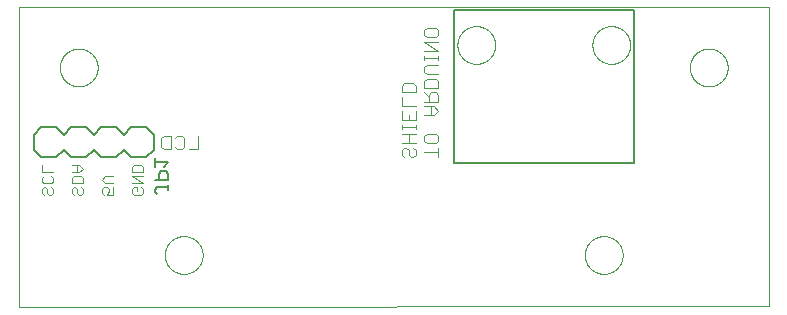
<source format=gbo>
G75*
%MOIN*%
%OFA0B0*%
%FSLAX25Y25*%
%IPPOS*%
%LPD*%
%AMOC8*
5,1,8,0,0,1.08239X$1,22.5*
%
%ADD10C,0.00000*%
%ADD11C,0.00300*%
%ADD12C,0.00400*%
%ADD13C,0.00800*%
%ADD14C,0.00500*%
D10*
X0001000Y0001000D02*
X0001000Y0101000D01*
X0251000Y0101000D01*
X0251001Y0001500D01*
X0001000Y0001000D01*
X0049701Y0018500D02*
X0049703Y0018658D01*
X0049709Y0018816D01*
X0049719Y0018974D01*
X0049733Y0019132D01*
X0049751Y0019289D01*
X0049772Y0019446D01*
X0049798Y0019602D01*
X0049828Y0019758D01*
X0049861Y0019913D01*
X0049899Y0020066D01*
X0049940Y0020219D01*
X0049985Y0020371D01*
X0050034Y0020522D01*
X0050087Y0020671D01*
X0050143Y0020819D01*
X0050203Y0020965D01*
X0050267Y0021110D01*
X0050335Y0021253D01*
X0050406Y0021395D01*
X0050480Y0021535D01*
X0050558Y0021672D01*
X0050640Y0021808D01*
X0050724Y0021942D01*
X0050813Y0022073D01*
X0050904Y0022202D01*
X0050999Y0022329D01*
X0051096Y0022454D01*
X0051197Y0022576D01*
X0051301Y0022695D01*
X0051408Y0022812D01*
X0051518Y0022926D01*
X0051631Y0023037D01*
X0051746Y0023146D01*
X0051864Y0023251D01*
X0051985Y0023353D01*
X0052108Y0023453D01*
X0052234Y0023549D01*
X0052362Y0023642D01*
X0052492Y0023732D01*
X0052625Y0023818D01*
X0052760Y0023902D01*
X0052896Y0023981D01*
X0053035Y0024058D01*
X0053176Y0024130D01*
X0053318Y0024200D01*
X0053462Y0024265D01*
X0053608Y0024327D01*
X0053755Y0024385D01*
X0053904Y0024440D01*
X0054054Y0024491D01*
X0054205Y0024538D01*
X0054357Y0024581D01*
X0054510Y0024620D01*
X0054665Y0024656D01*
X0054820Y0024687D01*
X0054976Y0024715D01*
X0055132Y0024739D01*
X0055289Y0024759D01*
X0055447Y0024775D01*
X0055604Y0024787D01*
X0055763Y0024795D01*
X0055921Y0024799D01*
X0056079Y0024799D01*
X0056237Y0024795D01*
X0056396Y0024787D01*
X0056553Y0024775D01*
X0056711Y0024759D01*
X0056868Y0024739D01*
X0057024Y0024715D01*
X0057180Y0024687D01*
X0057335Y0024656D01*
X0057490Y0024620D01*
X0057643Y0024581D01*
X0057795Y0024538D01*
X0057946Y0024491D01*
X0058096Y0024440D01*
X0058245Y0024385D01*
X0058392Y0024327D01*
X0058538Y0024265D01*
X0058682Y0024200D01*
X0058824Y0024130D01*
X0058965Y0024058D01*
X0059104Y0023981D01*
X0059240Y0023902D01*
X0059375Y0023818D01*
X0059508Y0023732D01*
X0059638Y0023642D01*
X0059766Y0023549D01*
X0059892Y0023453D01*
X0060015Y0023353D01*
X0060136Y0023251D01*
X0060254Y0023146D01*
X0060369Y0023037D01*
X0060482Y0022926D01*
X0060592Y0022812D01*
X0060699Y0022695D01*
X0060803Y0022576D01*
X0060904Y0022454D01*
X0061001Y0022329D01*
X0061096Y0022202D01*
X0061187Y0022073D01*
X0061276Y0021942D01*
X0061360Y0021808D01*
X0061442Y0021672D01*
X0061520Y0021535D01*
X0061594Y0021395D01*
X0061665Y0021253D01*
X0061733Y0021110D01*
X0061797Y0020965D01*
X0061857Y0020819D01*
X0061913Y0020671D01*
X0061966Y0020522D01*
X0062015Y0020371D01*
X0062060Y0020219D01*
X0062101Y0020066D01*
X0062139Y0019913D01*
X0062172Y0019758D01*
X0062202Y0019602D01*
X0062228Y0019446D01*
X0062249Y0019289D01*
X0062267Y0019132D01*
X0062281Y0018974D01*
X0062291Y0018816D01*
X0062297Y0018658D01*
X0062299Y0018500D01*
X0062297Y0018342D01*
X0062291Y0018184D01*
X0062281Y0018026D01*
X0062267Y0017868D01*
X0062249Y0017711D01*
X0062228Y0017554D01*
X0062202Y0017398D01*
X0062172Y0017242D01*
X0062139Y0017087D01*
X0062101Y0016934D01*
X0062060Y0016781D01*
X0062015Y0016629D01*
X0061966Y0016478D01*
X0061913Y0016329D01*
X0061857Y0016181D01*
X0061797Y0016035D01*
X0061733Y0015890D01*
X0061665Y0015747D01*
X0061594Y0015605D01*
X0061520Y0015465D01*
X0061442Y0015328D01*
X0061360Y0015192D01*
X0061276Y0015058D01*
X0061187Y0014927D01*
X0061096Y0014798D01*
X0061001Y0014671D01*
X0060904Y0014546D01*
X0060803Y0014424D01*
X0060699Y0014305D01*
X0060592Y0014188D01*
X0060482Y0014074D01*
X0060369Y0013963D01*
X0060254Y0013854D01*
X0060136Y0013749D01*
X0060015Y0013647D01*
X0059892Y0013547D01*
X0059766Y0013451D01*
X0059638Y0013358D01*
X0059508Y0013268D01*
X0059375Y0013182D01*
X0059240Y0013098D01*
X0059104Y0013019D01*
X0058965Y0012942D01*
X0058824Y0012870D01*
X0058682Y0012800D01*
X0058538Y0012735D01*
X0058392Y0012673D01*
X0058245Y0012615D01*
X0058096Y0012560D01*
X0057946Y0012509D01*
X0057795Y0012462D01*
X0057643Y0012419D01*
X0057490Y0012380D01*
X0057335Y0012344D01*
X0057180Y0012313D01*
X0057024Y0012285D01*
X0056868Y0012261D01*
X0056711Y0012241D01*
X0056553Y0012225D01*
X0056396Y0012213D01*
X0056237Y0012205D01*
X0056079Y0012201D01*
X0055921Y0012201D01*
X0055763Y0012205D01*
X0055604Y0012213D01*
X0055447Y0012225D01*
X0055289Y0012241D01*
X0055132Y0012261D01*
X0054976Y0012285D01*
X0054820Y0012313D01*
X0054665Y0012344D01*
X0054510Y0012380D01*
X0054357Y0012419D01*
X0054205Y0012462D01*
X0054054Y0012509D01*
X0053904Y0012560D01*
X0053755Y0012615D01*
X0053608Y0012673D01*
X0053462Y0012735D01*
X0053318Y0012800D01*
X0053176Y0012870D01*
X0053035Y0012942D01*
X0052896Y0013019D01*
X0052760Y0013098D01*
X0052625Y0013182D01*
X0052492Y0013268D01*
X0052362Y0013358D01*
X0052234Y0013451D01*
X0052108Y0013547D01*
X0051985Y0013647D01*
X0051864Y0013749D01*
X0051746Y0013854D01*
X0051631Y0013963D01*
X0051518Y0014074D01*
X0051408Y0014188D01*
X0051301Y0014305D01*
X0051197Y0014424D01*
X0051096Y0014546D01*
X0050999Y0014671D01*
X0050904Y0014798D01*
X0050813Y0014927D01*
X0050724Y0015058D01*
X0050640Y0015192D01*
X0050558Y0015328D01*
X0050480Y0015465D01*
X0050406Y0015605D01*
X0050335Y0015747D01*
X0050267Y0015890D01*
X0050203Y0016035D01*
X0050143Y0016181D01*
X0050087Y0016329D01*
X0050034Y0016478D01*
X0049985Y0016629D01*
X0049940Y0016781D01*
X0049899Y0016934D01*
X0049861Y0017087D01*
X0049828Y0017242D01*
X0049798Y0017398D01*
X0049772Y0017554D01*
X0049751Y0017711D01*
X0049733Y0017868D01*
X0049719Y0018026D01*
X0049709Y0018184D01*
X0049703Y0018342D01*
X0049701Y0018500D01*
X0014701Y0081000D02*
X0014703Y0081158D01*
X0014709Y0081316D01*
X0014719Y0081474D01*
X0014733Y0081632D01*
X0014751Y0081789D01*
X0014772Y0081946D01*
X0014798Y0082102D01*
X0014828Y0082258D01*
X0014861Y0082413D01*
X0014899Y0082566D01*
X0014940Y0082719D01*
X0014985Y0082871D01*
X0015034Y0083022D01*
X0015087Y0083171D01*
X0015143Y0083319D01*
X0015203Y0083465D01*
X0015267Y0083610D01*
X0015335Y0083753D01*
X0015406Y0083895D01*
X0015480Y0084035D01*
X0015558Y0084172D01*
X0015640Y0084308D01*
X0015724Y0084442D01*
X0015813Y0084573D01*
X0015904Y0084702D01*
X0015999Y0084829D01*
X0016096Y0084954D01*
X0016197Y0085076D01*
X0016301Y0085195D01*
X0016408Y0085312D01*
X0016518Y0085426D01*
X0016631Y0085537D01*
X0016746Y0085646D01*
X0016864Y0085751D01*
X0016985Y0085853D01*
X0017108Y0085953D01*
X0017234Y0086049D01*
X0017362Y0086142D01*
X0017492Y0086232D01*
X0017625Y0086318D01*
X0017760Y0086402D01*
X0017896Y0086481D01*
X0018035Y0086558D01*
X0018176Y0086630D01*
X0018318Y0086700D01*
X0018462Y0086765D01*
X0018608Y0086827D01*
X0018755Y0086885D01*
X0018904Y0086940D01*
X0019054Y0086991D01*
X0019205Y0087038D01*
X0019357Y0087081D01*
X0019510Y0087120D01*
X0019665Y0087156D01*
X0019820Y0087187D01*
X0019976Y0087215D01*
X0020132Y0087239D01*
X0020289Y0087259D01*
X0020447Y0087275D01*
X0020604Y0087287D01*
X0020763Y0087295D01*
X0020921Y0087299D01*
X0021079Y0087299D01*
X0021237Y0087295D01*
X0021396Y0087287D01*
X0021553Y0087275D01*
X0021711Y0087259D01*
X0021868Y0087239D01*
X0022024Y0087215D01*
X0022180Y0087187D01*
X0022335Y0087156D01*
X0022490Y0087120D01*
X0022643Y0087081D01*
X0022795Y0087038D01*
X0022946Y0086991D01*
X0023096Y0086940D01*
X0023245Y0086885D01*
X0023392Y0086827D01*
X0023538Y0086765D01*
X0023682Y0086700D01*
X0023824Y0086630D01*
X0023965Y0086558D01*
X0024104Y0086481D01*
X0024240Y0086402D01*
X0024375Y0086318D01*
X0024508Y0086232D01*
X0024638Y0086142D01*
X0024766Y0086049D01*
X0024892Y0085953D01*
X0025015Y0085853D01*
X0025136Y0085751D01*
X0025254Y0085646D01*
X0025369Y0085537D01*
X0025482Y0085426D01*
X0025592Y0085312D01*
X0025699Y0085195D01*
X0025803Y0085076D01*
X0025904Y0084954D01*
X0026001Y0084829D01*
X0026096Y0084702D01*
X0026187Y0084573D01*
X0026276Y0084442D01*
X0026360Y0084308D01*
X0026442Y0084172D01*
X0026520Y0084035D01*
X0026594Y0083895D01*
X0026665Y0083753D01*
X0026733Y0083610D01*
X0026797Y0083465D01*
X0026857Y0083319D01*
X0026913Y0083171D01*
X0026966Y0083022D01*
X0027015Y0082871D01*
X0027060Y0082719D01*
X0027101Y0082566D01*
X0027139Y0082413D01*
X0027172Y0082258D01*
X0027202Y0082102D01*
X0027228Y0081946D01*
X0027249Y0081789D01*
X0027267Y0081632D01*
X0027281Y0081474D01*
X0027291Y0081316D01*
X0027297Y0081158D01*
X0027299Y0081000D01*
X0027297Y0080842D01*
X0027291Y0080684D01*
X0027281Y0080526D01*
X0027267Y0080368D01*
X0027249Y0080211D01*
X0027228Y0080054D01*
X0027202Y0079898D01*
X0027172Y0079742D01*
X0027139Y0079587D01*
X0027101Y0079434D01*
X0027060Y0079281D01*
X0027015Y0079129D01*
X0026966Y0078978D01*
X0026913Y0078829D01*
X0026857Y0078681D01*
X0026797Y0078535D01*
X0026733Y0078390D01*
X0026665Y0078247D01*
X0026594Y0078105D01*
X0026520Y0077965D01*
X0026442Y0077828D01*
X0026360Y0077692D01*
X0026276Y0077558D01*
X0026187Y0077427D01*
X0026096Y0077298D01*
X0026001Y0077171D01*
X0025904Y0077046D01*
X0025803Y0076924D01*
X0025699Y0076805D01*
X0025592Y0076688D01*
X0025482Y0076574D01*
X0025369Y0076463D01*
X0025254Y0076354D01*
X0025136Y0076249D01*
X0025015Y0076147D01*
X0024892Y0076047D01*
X0024766Y0075951D01*
X0024638Y0075858D01*
X0024508Y0075768D01*
X0024375Y0075682D01*
X0024240Y0075598D01*
X0024104Y0075519D01*
X0023965Y0075442D01*
X0023824Y0075370D01*
X0023682Y0075300D01*
X0023538Y0075235D01*
X0023392Y0075173D01*
X0023245Y0075115D01*
X0023096Y0075060D01*
X0022946Y0075009D01*
X0022795Y0074962D01*
X0022643Y0074919D01*
X0022490Y0074880D01*
X0022335Y0074844D01*
X0022180Y0074813D01*
X0022024Y0074785D01*
X0021868Y0074761D01*
X0021711Y0074741D01*
X0021553Y0074725D01*
X0021396Y0074713D01*
X0021237Y0074705D01*
X0021079Y0074701D01*
X0020921Y0074701D01*
X0020763Y0074705D01*
X0020604Y0074713D01*
X0020447Y0074725D01*
X0020289Y0074741D01*
X0020132Y0074761D01*
X0019976Y0074785D01*
X0019820Y0074813D01*
X0019665Y0074844D01*
X0019510Y0074880D01*
X0019357Y0074919D01*
X0019205Y0074962D01*
X0019054Y0075009D01*
X0018904Y0075060D01*
X0018755Y0075115D01*
X0018608Y0075173D01*
X0018462Y0075235D01*
X0018318Y0075300D01*
X0018176Y0075370D01*
X0018035Y0075442D01*
X0017896Y0075519D01*
X0017760Y0075598D01*
X0017625Y0075682D01*
X0017492Y0075768D01*
X0017362Y0075858D01*
X0017234Y0075951D01*
X0017108Y0076047D01*
X0016985Y0076147D01*
X0016864Y0076249D01*
X0016746Y0076354D01*
X0016631Y0076463D01*
X0016518Y0076574D01*
X0016408Y0076688D01*
X0016301Y0076805D01*
X0016197Y0076924D01*
X0016096Y0077046D01*
X0015999Y0077171D01*
X0015904Y0077298D01*
X0015813Y0077427D01*
X0015724Y0077558D01*
X0015640Y0077692D01*
X0015558Y0077828D01*
X0015480Y0077965D01*
X0015406Y0078105D01*
X0015335Y0078247D01*
X0015267Y0078390D01*
X0015203Y0078535D01*
X0015143Y0078681D01*
X0015087Y0078829D01*
X0015034Y0078978D01*
X0014985Y0079129D01*
X0014940Y0079281D01*
X0014899Y0079434D01*
X0014861Y0079587D01*
X0014828Y0079742D01*
X0014798Y0079898D01*
X0014772Y0080054D01*
X0014751Y0080211D01*
X0014733Y0080368D01*
X0014719Y0080526D01*
X0014709Y0080684D01*
X0014703Y0080842D01*
X0014701Y0081000D01*
X0147201Y0088500D02*
X0147203Y0088658D01*
X0147209Y0088816D01*
X0147219Y0088974D01*
X0147233Y0089132D01*
X0147251Y0089289D01*
X0147272Y0089446D01*
X0147298Y0089602D01*
X0147328Y0089758D01*
X0147361Y0089913D01*
X0147399Y0090066D01*
X0147440Y0090219D01*
X0147485Y0090371D01*
X0147534Y0090522D01*
X0147587Y0090671D01*
X0147643Y0090819D01*
X0147703Y0090965D01*
X0147767Y0091110D01*
X0147835Y0091253D01*
X0147906Y0091395D01*
X0147980Y0091535D01*
X0148058Y0091672D01*
X0148140Y0091808D01*
X0148224Y0091942D01*
X0148313Y0092073D01*
X0148404Y0092202D01*
X0148499Y0092329D01*
X0148596Y0092454D01*
X0148697Y0092576D01*
X0148801Y0092695D01*
X0148908Y0092812D01*
X0149018Y0092926D01*
X0149131Y0093037D01*
X0149246Y0093146D01*
X0149364Y0093251D01*
X0149485Y0093353D01*
X0149608Y0093453D01*
X0149734Y0093549D01*
X0149862Y0093642D01*
X0149992Y0093732D01*
X0150125Y0093818D01*
X0150260Y0093902D01*
X0150396Y0093981D01*
X0150535Y0094058D01*
X0150676Y0094130D01*
X0150818Y0094200D01*
X0150962Y0094265D01*
X0151108Y0094327D01*
X0151255Y0094385D01*
X0151404Y0094440D01*
X0151554Y0094491D01*
X0151705Y0094538D01*
X0151857Y0094581D01*
X0152010Y0094620D01*
X0152165Y0094656D01*
X0152320Y0094687D01*
X0152476Y0094715D01*
X0152632Y0094739D01*
X0152789Y0094759D01*
X0152947Y0094775D01*
X0153104Y0094787D01*
X0153263Y0094795D01*
X0153421Y0094799D01*
X0153579Y0094799D01*
X0153737Y0094795D01*
X0153896Y0094787D01*
X0154053Y0094775D01*
X0154211Y0094759D01*
X0154368Y0094739D01*
X0154524Y0094715D01*
X0154680Y0094687D01*
X0154835Y0094656D01*
X0154990Y0094620D01*
X0155143Y0094581D01*
X0155295Y0094538D01*
X0155446Y0094491D01*
X0155596Y0094440D01*
X0155745Y0094385D01*
X0155892Y0094327D01*
X0156038Y0094265D01*
X0156182Y0094200D01*
X0156324Y0094130D01*
X0156465Y0094058D01*
X0156604Y0093981D01*
X0156740Y0093902D01*
X0156875Y0093818D01*
X0157008Y0093732D01*
X0157138Y0093642D01*
X0157266Y0093549D01*
X0157392Y0093453D01*
X0157515Y0093353D01*
X0157636Y0093251D01*
X0157754Y0093146D01*
X0157869Y0093037D01*
X0157982Y0092926D01*
X0158092Y0092812D01*
X0158199Y0092695D01*
X0158303Y0092576D01*
X0158404Y0092454D01*
X0158501Y0092329D01*
X0158596Y0092202D01*
X0158687Y0092073D01*
X0158776Y0091942D01*
X0158860Y0091808D01*
X0158942Y0091672D01*
X0159020Y0091535D01*
X0159094Y0091395D01*
X0159165Y0091253D01*
X0159233Y0091110D01*
X0159297Y0090965D01*
X0159357Y0090819D01*
X0159413Y0090671D01*
X0159466Y0090522D01*
X0159515Y0090371D01*
X0159560Y0090219D01*
X0159601Y0090066D01*
X0159639Y0089913D01*
X0159672Y0089758D01*
X0159702Y0089602D01*
X0159728Y0089446D01*
X0159749Y0089289D01*
X0159767Y0089132D01*
X0159781Y0088974D01*
X0159791Y0088816D01*
X0159797Y0088658D01*
X0159799Y0088500D01*
X0159797Y0088342D01*
X0159791Y0088184D01*
X0159781Y0088026D01*
X0159767Y0087868D01*
X0159749Y0087711D01*
X0159728Y0087554D01*
X0159702Y0087398D01*
X0159672Y0087242D01*
X0159639Y0087087D01*
X0159601Y0086934D01*
X0159560Y0086781D01*
X0159515Y0086629D01*
X0159466Y0086478D01*
X0159413Y0086329D01*
X0159357Y0086181D01*
X0159297Y0086035D01*
X0159233Y0085890D01*
X0159165Y0085747D01*
X0159094Y0085605D01*
X0159020Y0085465D01*
X0158942Y0085328D01*
X0158860Y0085192D01*
X0158776Y0085058D01*
X0158687Y0084927D01*
X0158596Y0084798D01*
X0158501Y0084671D01*
X0158404Y0084546D01*
X0158303Y0084424D01*
X0158199Y0084305D01*
X0158092Y0084188D01*
X0157982Y0084074D01*
X0157869Y0083963D01*
X0157754Y0083854D01*
X0157636Y0083749D01*
X0157515Y0083647D01*
X0157392Y0083547D01*
X0157266Y0083451D01*
X0157138Y0083358D01*
X0157008Y0083268D01*
X0156875Y0083182D01*
X0156740Y0083098D01*
X0156604Y0083019D01*
X0156465Y0082942D01*
X0156324Y0082870D01*
X0156182Y0082800D01*
X0156038Y0082735D01*
X0155892Y0082673D01*
X0155745Y0082615D01*
X0155596Y0082560D01*
X0155446Y0082509D01*
X0155295Y0082462D01*
X0155143Y0082419D01*
X0154990Y0082380D01*
X0154835Y0082344D01*
X0154680Y0082313D01*
X0154524Y0082285D01*
X0154368Y0082261D01*
X0154211Y0082241D01*
X0154053Y0082225D01*
X0153896Y0082213D01*
X0153737Y0082205D01*
X0153579Y0082201D01*
X0153421Y0082201D01*
X0153263Y0082205D01*
X0153104Y0082213D01*
X0152947Y0082225D01*
X0152789Y0082241D01*
X0152632Y0082261D01*
X0152476Y0082285D01*
X0152320Y0082313D01*
X0152165Y0082344D01*
X0152010Y0082380D01*
X0151857Y0082419D01*
X0151705Y0082462D01*
X0151554Y0082509D01*
X0151404Y0082560D01*
X0151255Y0082615D01*
X0151108Y0082673D01*
X0150962Y0082735D01*
X0150818Y0082800D01*
X0150676Y0082870D01*
X0150535Y0082942D01*
X0150396Y0083019D01*
X0150260Y0083098D01*
X0150125Y0083182D01*
X0149992Y0083268D01*
X0149862Y0083358D01*
X0149734Y0083451D01*
X0149608Y0083547D01*
X0149485Y0083647D01*
X0149364Y0083749D01*
X0149246Y0083854D01*
X0149131Y0083963D01*
X0149018Y0084074D01*
X0148908Y0084188D01*
X0148801Y0084305D01*
X0148697Y0084424D01*
X0148596Y0084546D01*
X0148499Y0084671D01*
X0148404Y0084798D01*
X0148313Y0084927D01*
X0148224Y0085058D01*
X0148140Y0085192D01*
X0148058Y0085328D01*
X0147980Y0085465D01*
X0147906Y0085605D01*
X0147835Y0085747D01*
X0147767Y0085890D01*
X0147703Y0086035D01*
X0147643Y0086181D01*
X0147587Y0086329D01*
X0147534Y0086478D01*
X0147485Y0086629D01*
X0147440Y0086781D01*
X0147399Y0086934D01*
X0147361Y0087087D01*
X0147328Y0087242D01*
X0147298Y0087398D01*
X0147272Y0087554D01*
X0147251Y0087711D01*
X0147233Y0087868D01*
X0147219Y0088026D01*
X0147209Y0088184D01*
X0147203Y0088342D01*
X0147201Y0088500D01*
X0192201Y0088500D02*
X0192203Y0088658D01*
X0192209Y0088816D01*
X0192219Y0088974D01*
X0192233Y0089132D01*
X0192251Y0089289D01*
X0192272Y0089446D01*
X0192298Y0089602D01*
X0192328Y0089758D01*
X0192361Y0089913D01*
X0192399Y0090066D01*
X0192440Y0090219D01*
X0192485Y0090371D01*
X0192534Y0090522D01*
X0192587Y0090671D01*
X0192643Y0090819D01*
X0192703Y0090965D01*
X0192767Y0091110D01*
X0192835Y0091253D01*
X0192906Y0091395D01*
X0192980Y0091535D01*
X0193058Y0091672D01*
X0193140Y0091808D01*
X0193224Y0091942D01*
X0193313Y0092073D01*
X0193404Y0092202D01*
X0193499Y0092329D01*
X0193596Y0092454D01*
X0193697Y0092576D01*
X0193801Y0092695D01*
X0193908Y0092812D01*
X0194018Y0092926D01*
X0194131Y0093037D01*
X0194246Y0093146D01*
X0194364Y0093251D01*
X0194485Y0093353D01*
X0194608Y0093453D01*
X0194734Y0093549D01*
X0194862Y0093642D01*
X0194992Y0093732D01*
X0195125Y0093818D01*
X0195260Y0093902D01*
X0195396Y0093981D01*
X0195535Y0094058D01*
X0195676Y0094130D01*
X0195818Y0094200D01*
X0195962Y0094265D01*
X0196108Y0094327D01*
X0196255Y0094385D01*
X0196404Y0094440D01*
X0196554Y0094491D01*
X0196705Y0094538D01*
X0196857Y0094581D01*
X0197010Y0094620D01*
X0197165Y0094656D01*
X0197320Y0094687D01*
X0197476Y0094715D01*
X0197632Y0094739D01*
X0197789Y0094759D01*
X0197947Y0094775D01*
X0198104Y0094787D01*
X0198263Y0094795D01*
X0198421Y0094799D01*
X0198579Y0094799D01*
X0198737Y0094795D01*
X0198896Y0094787D01*
X0199053Y0094775D01*
X0199211Y0094759D01*
X0199368Y0094739D01*
X0199524Y0094715D01*
X0199680Y0094687D01*
X0199835Y0094656D01*
X0199990Y0094620D01*
X0200143Y0094581D01*
X0200295Y0094538D01*
X0200446Y0094491D01*
X0200596Y0094440D01*
X0200745Y0094385D01*
X0200892Y0094327D01*
X0201038Y0094265D01*
X0201182Y0094200D01*
X0201324Y0094130D01*
X0201465Y0094058D01*
X0201604Y0093981D01*
X0201740Y0093902D01*
X0201875Y0093818D01*
X0202008Y0093732D01*
X0202138Y0093642D01*
X0202266Y0093549D01*
X0202392Y0093453D01*
X0202515Y0093353D01*
X0202636Y0093251D01*
X0202754Y0093146D01*
X0202869Y0093037D01*
X0202982Y0092926D01*
X0203092Y0092812D01*
X0203199Y0092695D01*
X0203303Y0092576D01*
X0203404Y0092454D01*
X0203501Y0092329D01*
X0203596Y0092202D01*
X0203687Y0092073D01*
X0203776Y0091942D01*
X0203860Y0091808D01*
X0203942Y0091672D01*
X0204020Y0091535D01*
X0204094Y0091395D01*
X0204165Y0091253D01*
X0204233Y0091110D01*
X0204297Y0090965D01*
X0204357Y0090819D01*
X0204413Y0090671D01*
X0204466Y0090522D01*
X0204515Y0090371D01*
X0204560Y0090219D01*
X0204601Y0090066D01*
X0204639Y0089913D01*
X0204672Y0089758D01*
X0204702Y0089602D01*
X0204728Y0089446D01*
X0204749Y0089289D01*
X0204767Y0089132D01*
X0204781Y0088974D01*
X0204791Y0088816D01*
X0204797Y0088658D01*
X0204799Y0088500D01*
X0204797Y0088342D01*
X0204791Y0088184D01*
X0204781Y0088026D01*
X0204767Y0087868D01*
X0204749Y0087711D01*
X0204728Y0087554D01*
X0204702Y0087398D01*
X0204672Y0087242D01*
X0204639Y0087087D01*
X0204601Y0086934D01*
X0204560Y0086781D01*
X0204515Y0086629D01*
X0204466Y0086478D01*
X0204413Y0086329D01*
X0204357Y0086181D01*
X0204297Y0086035D01*
X0204233Y0085890D01*
X0204165Y0085747D01*
X0204094Y0085605D01*
X0204020Y0085465D01*
X0203942Y0085328D01*
X0203860Y0085192D01*
X0203776Y0085058D01*
X0203687Y0084927D01*
X0203596Y0084798D01*
X0203501Y0084671D01*
X0203404Y0084546D01*
X0203303Y0084424D01*
X0203199Y0084305D01*
X0203092Y0084188D01*
X0202982Y0084074D01*
X0202869Y0083963D01*
X0202754Y0083854D01*
X0202636Y0083749D01*
X0202515Y0083647D01*
X0202392Y0083547D01*
X0202266Y0083451D01*
X0202138Y0083358D01*
X0202008Y0083268D01*
X0201875Y0083182D01*
X0201740Y0083098D01*
X0201604Y0083019D01*
X0201465Y0082942D01*
X0201324Y0082870D01*
X0201182Y0082800D01*
X0201038Y0082735D01*
X0200892Y0082673D01*
X0200745Y0082615D01*
X0200596Y0082560D01*
X0200446Y0082509D01*
X0200295Y0082462D01*
X0200143Y0082419D01*
X0199990Y0082380D01*
X0199835Y0082344D01*
X0199680Y0082313D01*
X0199524Y0082285D01*
X0199368Y0082261D01*
X0199211Y0082241D01*
X0199053Y0082225D01*
X0198896Y0082213D01*
X0198737Y0082205D01*
X0198579Y0082201D01*
X0198421Y0082201D01*
X0198263Y0082205D01*
X0198104Y0082213D01*
X0197947Y0082225D01*
X0197789Y0082241D01*
X0197632Y0082261D01*
X0197476Y0082285D01*
X0197320Y0082313D01*
X0197165Y0082344D01*
X0197010Y0082380D01*
X0196857Y0082419D01*
X0196705Y0082462D01*
X0196554Y0082509D01*
X0196404Y0082560D01*
X0196255Y0082615D01*
X0196108Y0082673D01*
X0195962Y0082735D01*
X0195818Y0082800D01*
X0195676Y0082870D01*
X0195535Y0082942D01*
X0195396Y0083019D01*
X0195260Y0083098D01*
X0195125Y0083182D01*
X0194992Y0083268D01*
X0194862Y0083358D01*
X0194734Y0083451D01*
X0194608Y0083547D01*
X0194485Y0083647D01*
X0194364Y0083749D01*
X0194246Y0083854D01*
X0194131Y0083963D01*
X0194018Y0084074D01*
X0193908Y0084188D01*
X0193801Y0084305D01*
X0193697Y0084424D01*
X0193596Y0084546D01*
X0193499Y0084671D01*
X0193404Y0084798D01*
X0193313Y0084927D01*
X0193224Y0085058D01*
X0193140Y0085192D01*
X0193058Y0085328D01*
X0192980Y0085465D01*
X0192906Y0085605D01*
X0192835Y0085747D01*
X0192767Y0085890D01*
X0192703Y0086035D01*
X0192643Y0086181D01*
X0192587Y0086329D01*
X0192534Y0086478D01*
X0192485Y0086629D01*
X0192440Y0086781D01*
X0192399Y0086934D01*
X0192361Y0087087D01*
X0192328Y0087242D01*
X0192298Y0087398D01*
X0192272Y0087554D01*
X0192251Y0087711D01*
X0192233Y0087868D01*
X0192219Y0088026D01*
X0192209Y0088184D01*
X0192203Y0088342D01*
X0192201Y0088500D01*
X0224701Y0081000D02*
X0224703Y0081158D01*
X0224709Y0081316D01*
X0224719Y0081474D01*
X0224733Y0081632D01*
X0224751Y0081789D01*
X0224772Y0081946D01*
X0224798Y0082102D01*
X0224828Y0082258D01*
X0224861Y0082413D01*
X0224899Y0082566D01*
X0224940Y0082719D01*
X0224985Y0082871D01*
X0225034Y0083022D01*
X0225087Y0083171D01*
X0225143Y0083319D01*
X0225203Y0083465D01*
X0225267Y0083610D01*
X0225335Y0083753D01*
X0225406Y0083895D01*
X0225480Y0084035D01*
X0225558Y0084172D01*
X0225640Y0084308D01*
X0225724Y0084442D01*
X0225813Y0084573D01*
X0225904Y0084702D01*
X0225999Y0084829D01*
X0226096Y0084954D01*
X0226197Y0085076D01*
X0226301Y0085195D01*
X0226408Y0085312D01*
X0226518Y0085426D01*
X0226631Y0085537D01*
X0226746Y0085646D01*
X0226864Y0085751D01*
X0226985Y0085853D01*
X0227108Y0085953D01*
X0227234Y0086049D01*
X0227362Y0086142D01*
X0227492Y0086232D01*
X0227625Y0086318D01*
X0227760Y0086402D01*
X0227896Y0086481D01*
X0228035Y0086558D01*
X0228176Y0086630D01*
X0228318Y0086700D01*
X0228462Y0086765D01*
X0228608Y0086827D01*
X0228755Y0086885D01*
X0228904Y0086940D01*
X0229054Y0086991D01*
X0229205Y0087038D01*
X0229357Y0087081D01*
X0229510Y0087120D01*
X0229665Y0087156D01*
X0229820Y0087187D01*
X0229976Y0087215D01*
X0230132Y0087239D01*
X0230289Y0087259D01*
X0230447Y0087275D01*
X0230604Y0087287D01*
X0230763Y0087295D01*
X0230921Y0087299D01*
X0231079Y0087299D01*
X0231237Y0087295D01*
X0231396Y0087287D01*
X0231553Y0087275D01*
X0231711Y0087259D01*
X0231868Y0087239D01*
X0232024Y0087215D01*
X0232180Y0087187D01*
X0232335Y0087156D01*
X0232490Y0087120D01*
X0232643Y0087081D01*
X0232795Y0087038D01*
X0232946Y0086991D01*
X0233096Y0086940D01*
X0233245Y0086885D01*
X0233392Y0086827D01*
X0233538Y0086765D01*
X0233682Y0086700D01*
X0233824Y0086630D01*
X0233965Y0086558D01*
X0234104Y0086481D01*
X0234240Y0086402D01*
X0234375Y0086318D01*
X0234508Y0086232D01*
X0234638Y0086142D01*
X0234766Y0086049D01*
X0234892Y0085953D01*
X0235015Y0085853D01*
X0235136Y0085751D01*
X0235254Y0085646D01*
X0235369Y0085537D01*
X0235482Y0085426D01*
X0235592Y0085312D01*
X0235699Y0085195D01*
X0235803Y0085076D01*
X0235904Y0084954D01*
X0236001Y0084829D01*
X0236096Y0084702D01*
X0236187Y0084573D01*
X0236276Y0084442D01*
X0236360Y0084308D01*
X0236442Y0084172D01*
X0236520Y0084035D01*
X0236594Y0083895D01*
X0236665Y0083753D01*
X0236733Y0083610D01*
X0236797Y0083465D01*
X0236857Y0083319D01*
X0236913Y0083171D01*
X0236966Y0083022D01*
X0237015Y0082871D01*
X0237060Y0082719D01*
X0237101Y0082566D01*
X0237139Y0082413D01*
X0237172Y0082258D01*
X0237202Y0082102D01*
X0237228Y0081946D01*
X0237249Y0081789D01*
X0237267Y0081632D01*
X0237281Y0081474D01*
X0237291Y0081316D01*
X0237297Y0081158D01*
X0237299Y0081000D01*
X0237297Y0080842D01*
X0237291Y0080684D01*
X0237281Y0080526D01*
X0237267Y0080368D01*
X0237249Y0080211D01*
X0237228Y0080054D01*
X0237202Y0079898D01*
X0237172Y0079742D01*
X0237139Y0079587D01*
X0237101Y0079434D01*
X0237060Y0079281D01*
X0237015Y0079129D01*
X0236966Y0078978D01*
X0236913Y0078829D01*
X0236857Y0078681D01*
X0236797Y0078535D01*
X0236733Y0078390D01*
X0236665Y0078247D01*
X0236594Y0078105D01*
X0236520Y0077965D01*
X0236442Y0077828D01*
X0236360Y0077692D01*
X0236276Y0077558D01*
X0236187Y0077427D01*
X0236096Y0077298D01*
X0236001Y0077171D01*
X0235904Y0077046D01*
X0235803Y0076924D01*
X0235699Y0076805D01*
X0235592Y0076688D01*
X0235482Y0076574D01*
X0235369Y0076463D01*
X0235254Y0076354D01*
X0235136Y0076249D01*
X0235015Y0076147D01*
X0234892Y0076047D01*
X0234766Y0075951D01*
X0234638Y0075858D01*
X0234508Y0075768D01*
X0234375Y0075682D01*
X0234240Y0075598D01*
X0234104Y0075519D01*
X0233965Y0075442D01*
X0233824Y0075370D01*
X0233682Y0075300D01*
X0233538Y0075235D01*
X0233392Y0075173D01*
X0233245Y0075115D01*
X0233096Y0075060D01*
X0232946Y0075009D01*
X0232795Y0074962D01*
X0232643Y0074919D01*
X0232490Y0074880D01*
X0232335Y0074844D01*
X0232180Y0074813D01*
X0232024Y0074785D01*
X0231868Y0074761D01*
X0231711Y0074741D01*
X0231553Y0074725D01*
X0231396Y0074713D01*
X0231237Y0074705D01*
X0231079Y0074701D01*
X0230921Y0074701D01*
X0230763Y0074705D01*
X0230604Y0074713D01*
X0230447Y0074725D01*
X0230289Y0074741D01*
X0230132Y0074761D01*
X0229976Y0074785D01*
X0229820Y0074813D01*
X0229665Y0074844D01*
X0229510Y0074880D01*
X0229357Y0074919D01*
X0229205Y0074962D01*
X0229054Y0075009D01*
X0228904Y0075060D01*
X0228755Y0075115D01*
X0228608Y0075173D01*
X0228462Y0075235D01*
X0228318Y0075300D01*
X0228176Y0075370D01*
X0228035Y0075442D01*
X0227896Y0075519D01*
X0227760Y0075598D01*
X0227625Y0075682D01*
X0227492Y0075768D01*
X0227362Y0075858D01*
X0227234Y0075951D01*
X0227108Y0076047D01*
X0226985Y0076147D01*
X0226864Y0076249D01*
X0226746Y0076354D01*
X0226631Y0076463D01*
X0226518Y0076574D01*
X0226408Y0076688D01*
X0226301Y0076805D01*
X0226197Y0076924D01*
X0226096Y0077046D01*
X0225999Y0077171D01*
X0225904Y0077298D01*
X0225813Y0077427D01*
X0225724Y0077558D01*
X0225640Y0077692D01*
X0225558Y0077828D01*
X0225480Y0077965D01*
X0225406Y0078105D01*
X0225335Y0078247D01*
X0225267Y0078390D01*
X0225203Y0078535D01*
X0225143Y0078681D01*
X0225087Y0078829D01*
X0225034Y0078978D01*
X0224985Y0079129D01*
X0224940Y0079281D01*
X0224899Y0079434D01*
X0224861Y0079587D01*
X0224828Y0079742D01*
X0224798Y0079898D01*
X0224772Y0080054D01*
X0224751Y0080211D01*
X0224733Y0080368D01*
X0224719Y0080526D01*
X0224709Y0080684D01*
X0224703Y0080842D01*
X0224701Y0081000D01*
X0189701Y0018500D02*
X0189703Y0018658D01*
X0189709Y0018816D01*
X0189719Y0018974D01*
X0189733Y0019132D01*
X0189751Y0019289D01*
X0189772Y0019446D01*
X0189798Y0019602D01*
X0189828Y0019758D01*
X0189861Y0019913D01*
X0189899Y0020066D01*
X0189940Y0020219D01*
X0189985Y0020371D01*
X0190034Y0020522D01*
X0190087Y0020671D01*
X0190143Y0020819D01*
X0190203Y0020965D01*
X0190267Y0021110D01*
X0190335Y0021253D01*
X0190406Y0021395D01*
X0190480Y0021535D01*
X0190558Y0021672D01*
X0190640Y0021808D01*
X0190724Y0021942D01*
X0190813Y0022073D01*
X0190904Y0022202D01*
X0190999Y0022329D01*
X0191096Y0022454D01*
X0191197Y0022576D01*
X0191301Y0022695D01*
X0191408Y0022812D01*
X0191518Y0022926D01*
X0191631Y0023037D01*
X0191746Y0023146D01*
X0191864Y0023251D01*
X0191985Y0023353D01*
X0192108Y0023453D01*
X0192234Y0023549D01*
X0192362Y0023642D01*
X0192492Y0023732D01*
X0192625Y0023818D01*
X0192760Y0023902D01*
X0192896Y0023981D01*
X0193035Y0024058D01*
X0193176Y0024130D01*
X0193318Y0024200D01*
X0193462Y0024265D01*
X0193608Y0024327D01*
X0193755Y0024385D01*
X0193904Y0024440D01*
X0194054Y0024491D01*
X0194205Y0024538D01*
X0194357Y0024581D01*
X0194510Y0024620D01*
X0194665Y0024656D01*
X0194820Y0024687D01*
X0194976Y0024715D01*
X0195132Y0024739D01*
X0195289Y0024759D01*
X0195447Y0024775D01*
X0195604Y0024787D01*
X0195763Y0024795D01*
X0195921Y0024799D01*
X0196079Y0024799D01*
X0196237Y0024795D01*
X0196396Y0024787D01*
X0196553Y0024775D01*
X0196711Y0024759D01*
X0196868Y0024739D01*
X0197024Y0024715D01*
X0197180Y0024687D01*
X0197335Y0024656D01*
X0197490Y0024620D01*
X0197643Y0024581D01*
X0197795Y0024538D01*
X0197946Y0024491D01*
X0198096Y0024440D01*
X0198245Y0024385D01*
X0198392Y0024327D01*
X0198538Y0024265D01*
X0198682Y0024200D01*
X0198824Y0024130D01*
X0198965Y0024058D01*
X0199104Y0023981D01*
X0199240Y0023902D01*
X0199375Y0023818D01*
X0199508Y0023732D01*
X0199638Y0023642D01*
X0199766Y0023549D01*
X0199892Y0023453D01*
X0200015Y0023353D01*
X0200136Y0023251D01*
X0200254Y0023146D01*
X0200369Y0023037D01*
X0200482Y0022926D01*
X0200592Y0022812D01*
X0200699Y0022695D01*
X0200803Y0022576D01*
X0200904Y0022454D01*
X0201001Y0022329D01*
X0201096Y0022202D01*
X0201187Y0022073D01*
X0201276Y0021942D01*
X0201360Y0021808D01*
X0201442Y0021672D01*
X0201520Y0021535D01*
X0201594Y0021395D01*
X0201665Y0021253D01*
X0201733Y0021110D01*
X0201797Y0020965D01*
X0201857Y0020819D01*
X0201913Y0020671D01*
X0201966Y0020522D01*
X0202015Y0020371D01*
X0202060Y0020219D01*
X0202101Y0020066D01*
X0202139Y0019913D01*
X0202172Y0019758D01*
X0202202Y0019602D01*
X0202228Y0019446D01*
X0202249Y0019289D01*
X0202267Y0019132D01*
X0202281Y0018974D01*
X0202291Y0018816D01*
X0202297Y0018658D01*
X0202299Y0018500D01*
X0202297Y0018342D01*
X0202291Y0018184D01*
X0202281Y0018026D01*
X0202267Y0017868D01*
X0202249Y0017711D01*
X0202228Y0017554D01*
X0202202Y0017398D01*
X0202172Y0017242D01*
X0202139Y0017087D01*
X0202101Y0016934D01*
X0202060Y0016781D01*
X0202015Y0016629D01*
X0201966Y0016478D01*
X0201913Y0016329D01*
X0201857Y0016181D01*
X0201797Y0016035D01*
X0201733Y0015890D01*
X0201665Y0015747D01*
X0201594Y0015605D01*
X0201520Y0015465D01*
X0201442Y0015328D01*
X0201360Y0015192D01*
X0201276Y0015058D01*
X0201187Y0014927D01*
X0201096Y0014798D01*
X0201001Y0014671D01*
X0200904Y0014546D01*
X0200803Y0014424D01*
X0200699Y0014305D01*
X0200592Y0014188D01*
X0200482Y0014074D01*
X0200369Y0013963D01*
X0200254Y0013854D01*
X0200136Y0013749D01*
X0200015Y0013647D01*
X0199892Y0013547D01*
X0199766Y0013451D01*
X0199638Y0013358D01*
X0199508Y0013268D01*
X0199375Y0013182D01*
X0199240Y0013098D01*
X0199104Y0013019D01*
X0198965Y0012942D01*
X0198824Y0012870D01*
X0198682Y0012800D01*
X0198538Y0012735D01*
X0198392Y0012673D01*
X0198245Y0012615D01*
X0198096Y0012560D01*
X0197946Y0012509D01*
X0197795Y0012462D01*
X0197643Y0012419D01*
X0197490Y0012380D01*
X0197335Y0012344D01*
X0197180Y0012313D01*
X0197024Y0012285D01*
X0196868Y0012261D01*
X0196711Y0012241D01*
X0196553Y0012225D01*
X0196396Y0012213D01*
X0196237Y0012205D01*
X0196079Y0012201D01*
X0195921Y0012201D01*
X0195763Y0012205D01*
X0195604Y0012213D01*
X0195447Y0012225D01*
X0195289Y0012241D01*
X0195132Y0012261D01*
X0194976Y0012285D01*
X0194820Y0012313D01*
X0194665Y0012344D01*
X0194510Y0012380D01*
X0194357Y0012419D01*
X0194205Y0012462D01*
X0194054Y0012509D01*
X0193904Y0012560D01*
X0193755Y0012615D01*
X0193608Y0012673D01*
X0193462Y0012735D01*
X0193318Y0012800D01*
X0193176Y0012870D01*
X0193035Y0012942D01*
X0192896Y0013019D01*
X0192760Y0013098D01*
X0192625Y0013182D01*
X0192492Y0013268D01*
X0192362Y0013358D01*
X0192234Y0013451D01*
X0192108Y0013547D01*
X0191985Y0013647D01*
X0191864Y0013749D01*
X0191746Y0013854D01*
X0191631Y0013963D01*
X0191518Y0014074D01*
X0191408Y0014188D01*
X0191301Y0014305D01*
X0191197Y0014424D01*
X0191096Y0014546D01*
X0190999Y0014671D01*
X0190904Y0014798D01*
X0190813Y0014927D01*
X0190724Y0015058D01*
X0190640Y0015192D01*
X0190558Y0015328D01*
X0190480Y0015465D01*
X0190406Y0015605D01*
X0190335Y0015747D01*
X0190267Y0015890D01*
X0190203Y0016035D01*
X0190143Y0016181D01*
X0190087Y0016329D01*
X0190034Y0016478D01*
X0189985Y0016629D01*
X0189940Y0016781D01*
X0189899Y0016934D01*
X0189861Y0017087D01*
X0189828Y0017242D01*
X0189798Y0017398D01*
X0189772Y0017554D01*
X0189751Y0017711D01*
X0189733Y0017868D01*
X0189719Y0018026D01*
X0189709Y0018184D01*
X0189703Y0018342D01*
X0189701Y0018500D01*
D11*
X0042353Y0039267D02*
X0041736Y0038650D01*
X0039267Y0038650D01*
X0038650Y0039267D01*
X0038650Y0040502D01*
X0039267Y0041119D01*
X0040502Y0041119D01*
X0040502Y0039884D01*
X0041736Y0041119D02*
X0042353Y0040502D01*
X0042353Y0039267D01*
X0042353Y0042333D02*
X0038650Y0042333D01*
X0038650Y0044802D02*
X0042353Y0042333D01*
X0042353Y0044802D02*
X0038650Y0044802D01*
X0038650Y0046016D02*
X0038650Y0047868D01*
X0039267Y0048485D01*
X0041736Y0048485D01*
X0042353Y0047868D01*
X0042353Y0046016D01*
X0038650Y0046016D01*
X0032353Y0044802D02*
X0029884Y0044802D01*
X0028650Y0043568D01*
X0029884Y0042333D01*
X0032353Y0042333D01*
X0032353Y0041119D02*
X0032353Y0038650D01*
X0030502Y0038650D01*
X0031119Y0039884D01*
X0031119Y0040502D01*
X0030502Y0041119D01*
X0029267Y0041119D01*
X0028650Y0040502D01*
X0028650Y0039267D01*
X0029267Y0038650D01*
X0022353Y0039267D02*
X0021736Y0038650D01*
X0021119Y0038650D01*
X0020502Y0039267D01*
X0020502Y0040502D01*
X0019884Y0041119D01*
X0019267Y0041119D01*
X0018650Y0040502D01*
X0018650Y0039267D01*
X0019267Y0038650D01*
X0022353Y0039267D02*
X0022353Y0040502D01*
X0021736Y0041119D01*
X0022353Y0042333D02*
X0022353Y0044185D01*
X0021736Y0044802D01*
X0019267Y0044802D01*
X0018650Y0044185D01*
X0018650Y0042333D01*
X0022353Y0042333D01*
X0021119Y0046016D02*
X0018650Y0046016D01*
X0020502Y0046016D02*
X0020502Y0048485D01*
X0021119Y0048485D02*
X0018650Y0048485D01*
X0021119Y0048485D02*
X0022353Y0047251D01*
X0021119Y0046016D01*
X0012353Y0046016D02*
X0008650Y0046016D01*
X0008650Y0048485D01*
X0009267Y0044802D02*
X0008650Y0044185D01*
X0008650Y0042950D01*
X0009267Y0042333D01*
X0011736Y0042333D01*
X0012353Y0042950D01*
X0012353Y0044185D01*
X0011736Y0044802D01*
X0011736Y0041119D02*
X0012353Y0040502D01*
X0012353Y0039267D01*
X0011736Y0038650D01*
X0011119Y0038650D01*
X0010502Y0039267D01*
X0010502Y0040502D01*
X0009884Y0041119D01*
X0009267Y0041119D01*
X0008650Y0040502D01*
X0008650Y0039267D01*
X0009267Y0038650D01*
D12*
X0048523Y0054467D02*
X0049290Y0053700D01*
X0051592Y0053700D01*
X0051592Y0058304D01*
X0049290Y0058304D01*
X0048523Y0057537D01*
X0048523Y0054467D01*
X0053127Y0054467D02*
X0053894Y0053700D01*
X0055429Y0053700D01*
X0056196Y0054467D01*
X0056196Y0057537D01*
X0055429Y0058304D01*
X0053894Y0058304D01*
X0053127Y0057537D01*
X0057731Y0053700D02*
X0060800Y0053700D01*
X0060800Y0058304D01*
X0128700Y0058873D02*
X0133304Y0058873D01*
X0133304Y0060408D02*
X0133304Y0061942D01*
X0133304Y0061175D02*
X0128700Y0061175D01*
X0128700Y0060408D02*
X0128700Y0061942D01*
X0128700Y0063477D02*
X0128700Y0066546D01*
X0128700Y0068081D02*
X0128700Y0071150D01*
X0128700Y0072685D02*
X0128700Y0074987D01*
X0129467Y0075754D01*
X0132537Y0075754D01*
X0133304Y0074987D01*
X0133304Y0072685D01*
X0128700Y0072685D01*
X0128700Y0068081D02*
X0133304Y0068081D01*
X0133304Y0066546D02*
X0133304Y0063477D01*
X0128700Y0063477D01*
X0131002Y0063477D02*
X0131002Y0065012D01*
X0136200Y0065012D02*
X0139269Y0065012D01*
X0140804Y0066546D01*
X0139269Y0068081D01*
X0136200Y0068081D01*
X0136200Y0069616D02*
X0140804Y0069616D01*
X0140804Y0071918D01*
X0140037Y0072685D01*
X0138502Y0072685D01*
X0137735Y0071918D01*
X0137735Y0069616D01*
X0137735Y0071150D02*
X0136200Y0072685D01*
X0136200Y0074220D02*
X0136200Y0076522D01*
X0136967Y0077289D01*
X0140037Y0077289D01*
X0140804Y0076522D01*
X0140804Y0074220D01*
X0136200Y0074220D01*
X0136967Y0078824D02*
X0136200Y0079591D01*
X0136200Y0081126D01*
X0136967Y0081893D01*
X0140804Y0081893D01*
X0140804Y0083427D02*
X0140804Y0084962D01*
X0140804Y0084195D02*
X0136200Y0084195D01*
X0136200Y0084962D02*
X0136200Y0083427D01*
X0136200Y0086497D02*
X0140804Y0086497D01*
X0136200Y0089566D01*
X0140804Y0089566D01*
X0140037Y0091101D02*
X0136967Y0091101D01*
X0136200Y0091868D01*
X0136200Y0093403D01*
X0136967Y0094170D01*
X0140037Y0094170D01*
X0140804Y0093403D01*
X0140804Y0091868D01*
X0140037Y0091101D01*
X0140804Y0078824D02*
X0136967Y0078824D01*
X0138502Y0068081D02*
X0138502Y0065012D01*
X0136967Y0058873D02*
X0140037Y0058873D01*
X0140804Y0058106D01*
X0140804Y0056571D01*
X0140037Y0055804D01*
X0136967Y0055804D01*
X0136200Y0056571D01*
X0136200Y0058106D01*
X0136967Y0058873D01*
X0133304Y0055804D02*
X0128700Y0055804D01*
X0131002Y0055804D02*
X0131002Y0058873D01*
X0130235Y0054269D02*
X0129467Y0054269D01*
X0128700Y0053502D01*
X0128700Y0051967D01*
X0129467Y0051200D01*
X0131002Y0051967D02*
X0131002Y0053502D01*
X0130235Y0054269D01*
X0132537Y0054269D02*
X0133304Y0053502D01*
X0133304Y0051967D01*
X0132537Y0051200D01*
X0131769Y0051200D01*
X0131002Y0051967D01*
X0136200Y0052735D02*
X0140804Y0052735D01*
X0140804Y0054269D02*
X0140804Y0051200D01*
D13*
X0146000Y0049130D02*
X0146000Y0100311D01*
X0206000Y0100311D01*
X0206000Y0049130D01*
X0146000Y0049130D01*
X0046000Y0053500D02*
X0043500Y0051000D01*
X0038500Y0051000D01*
X0036000Y0053500D01*
X0033500Y0051000D01*
X0028500Y0051000D01*
X0026000Y0053500D01*
X0023500Y0051000D01*
X0018500Y0051000D01*
X0016000Y0053500D01*
X0013500Y0051000D01*
X0008500Y0051000D01*
X0006000Y0053500D01*
X0006000Y0058500D01*
X0008500Y0061000D01*
X0013500Y0061000D01*
X0016000Y0058500D01*
X0018500Y0061000D01*
X0023500Y0061000D01*
X0026000Y0058500D01*
X0028500Y0061000D01*
X0033500Y0061000D01*
X0036000Y0058500D01*
X0038500Y0061000D01*
X0043500Y0061000D01*
X0046000Y0058500D01*
X0046000Y0053500D01*
D14*
X0046250Y0050960D02*
X0046250Y0047958D01*
X0046250Y0049459D02*
X0050754Y0049459D01*
X0049253Y0047958D01*
X0050003Y0046356D02*
X0048502Y0046356D01*
X0047751Y0045606D01*
X0047751Y0043354D01*
X0046250Y0043354D02*
X0050754Y0043354D01*
X0050754Y0045606D01*
X0050003Y0046356D01*
X0050754Y0041753D02*
X0050754Y0040251D01*
X0050754Y0041002D02*
X0047001Y0041002D01*
X0046250Y0040251D01*
X0046250Y0039501D01*
X0047001Y0038750D01*
M02*

</source>
